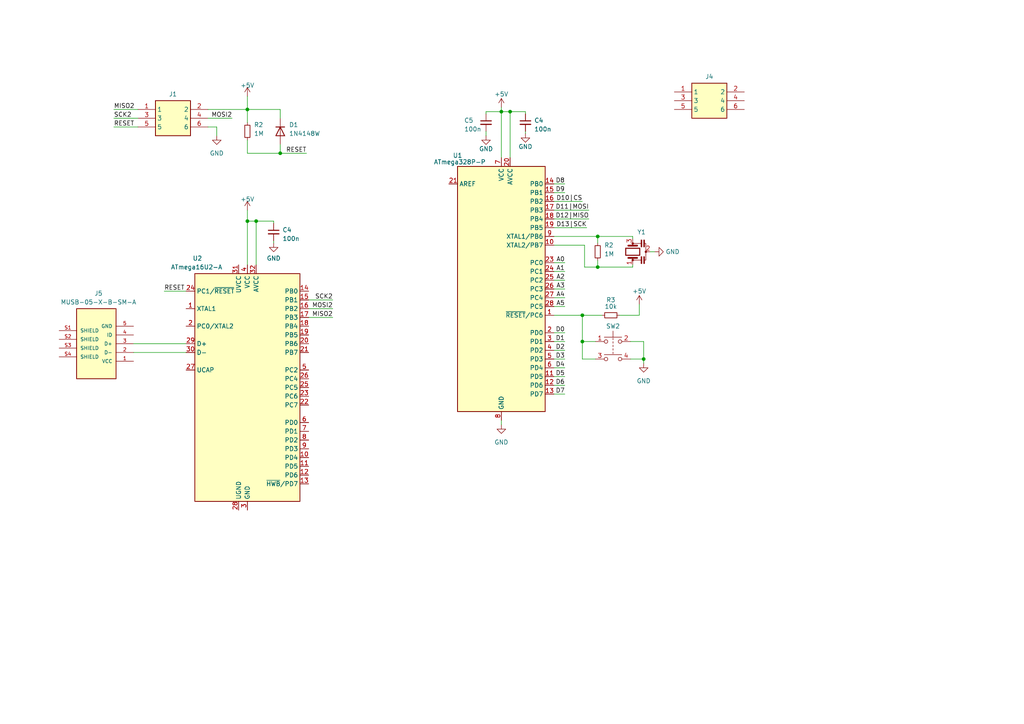
<source format=kicad_sch>
(kicad_sch (version 20230121) (generator eeschema)
  (paper "A4")
  (lib_symbols
    (symbol "Device:C_Small" (pin_numbers hide) (pin_names (offset 0.254) hide)
      (property "Reference" "C" (at 0.254 1.778 0))
      (property "Value" "C_Small" (at 0.254 -2.032 0))
      (symbol "C_Small_0_1"
        (polyline (pts (xy -1.524 -0.508) (xy 1.524 -0.508)) (stroke (width 0.3302)))
        (polyline (pts (xy -1.524 0.508) (xy 1.524 0.508)) (stroke (width 0.3048)))
      )
      (symbol "C_Small_1_1"
        (pin passive line (at 0 2.54 270) (length 2.032) (name "~") (number "1"))
        (pin passive line (at 0 -2.54 90) (length 2.032) (name "~") (number "2"))
      )
    )
    (symbol "Device:R_Small" (pin_numbers hide) (pin_names (offset 0.254) hide)
      (property "Reference" "R" (at 0.762 0.508 0))
      (property "Value" "R_Small" (at 0.762 -1.016 0))
      (symbol "R_Small_0_1"
        (rectangle (start -0.762 1.778) (end 0.762 -1.778) (stroke (width 0.2032)))
      )
      (symbol "R_Small_1_1"
        (pin passive line (at 0 2.54 270) (length 0.762) (name "~") (number "1"))
        (pin passive line (at 0 -2.54 90) (length 0.762) (name "~") (number "2"))
      )
    )
    (symbol "Device:Resonator" (pin_names (offset 1.016) hide)
      (property "Reference" "Y" (at 0 5.715 0))
      (property "Value" "Resonator" (at 0 3.81 0))
      (symbol "Resonator_0_1"
        (rectangle (start -3.429 -3.175) (end -1.397 -3.429) (fill (type outline)))
        (rectangle (start -3.429 -2.413) (end -1.397 -2.667) (fill (type outline)))
        (circle (center -2.413 0) (radius 0.254) (fill (type outline)))
        (rectangle (start -1.016 2.032) (end 1.016 -2.032) (stroke (width 0.3048)))
        (circle (center 0 -3.81) (radius 0.254) (fill (type outline)))
        (polyline (pts (xy -2.413 -2.413) (xy -2.413 0)))
        (polyline (pts (xy -1.905 0) (xy -3.175 0)))
        (polyline (pts (xy -1.778 -1.27) (xy -1.778 1.27)) (stroke (width 0.508)))
        (polyline (pts (xy 1.778 -1.27) (xy 1.778 1.27)) (stroke (width 0.508)))
        (polyline (pts (xy 1.905 0) (xy 2.54 0)))
        (polyline (pts (xy 2.413 0) (xy 2.413 -2.54)))
        (polyline (pts (xy 2.413 -3.302) (xy 2.413 -3.81) (xy -2.413 -3.81) (xy -2.413 -3.302)))
        (rectangle (start 1.397 -3.175) (end 3.429 -3.429) (fill (type outline)))
        (rectangle (start 1.397 -2.413) (end 3.429 -2.667) (fill (type outline)))
        (circle (center 2.413 0) (radius 0.254) (fill (type outline)))
      )
      (symbol "Resonator_1_1"
        (pin passive line (at -3.81 0 0) (length 1.27) (name "1") (number "1"))
        (pin passive line (at 0 -5.08 90) (length 1.27) (name "2") (number "2"))
        (pin passive line (at 3.81 0 180) (length 1.27) (name "3") (number "3"))
      )
    )
    (symbol "Diode:1N4148W" (pin_numbers hide) (pin_names hide)
      (property "Reference" "D" (at 0 2.54 0))
      (property "Value" "1N4148W" (at 0 -2.54 0))
      (symbol "1N4148W_0_1"
        (polyline (pts (xy -1.27 1.27) (xy -1.27 -1.27)) (stroke (width 0.254)))
        (polyline (pts (xy 1.27 0) (xy -1.27 0)))
        (polyline (pts (xy 1.27 1.27) (xy 1.27 -1.27) (xy -1.27 0) (xy 1.27 1.27)) (stroke (width 0.254)))
      )
      (symbol "1N4148W_1_1"
        (pin passive line (at -3.81 0 0) (length 2.54) (name "K") (number "1"))
        (pin passive line (at 3.81 0 180) (length 2.54) (name "A") (number "2"))
      )
    )
    (symbol "M20-9980346:M20-9980346"
      (property "Reference" "J" (at 16.51 7.62 0))
      (property "Value" "M20-9980346" (at 16.51 5.08 0))
      (symbol "M20-9980346_1_1"
        (rectangle (start 5.08 2.54) (end 15.24 -7.62) (stroke (width 0.254)) (fill (type background)))
        (pin passive line (at 0 0 0) (length 5.08) (name "1") (number "1"))
        (pin passive line (at 20.32 0 180) (length 5.08) (name "2") (number "2"))
        (pin passive line (at 0 -2.54 0) (length 5.08) (name "3") (number "3"))
        (pin passive line (at 20.32 -2.54 180) (length 5.08) (name "4") (number "4"))
        (pin passive line (at 0 -5.08 0) (length 5.08) (name "5") (number "5"))
        (pin passive line (at 20.32 -5.08 180) (length 5.08) (name "6") (number "6"))
      )
    )
    (symbol "MCU_Microchip_ATmega:ATmega16U2-A"
      (property "Reference" "U" (at -15.24 34.29 0))
      (property "Value" "ATmega16U2-A" (at 2.54 -34.29 0))
      (symbol "ATmega16U2-A_0_1"
        (rectangle (start -15.24 -33.02) (end 15.24 33.02) (stroke (width 0.254)) (fill (type background)))
      )
      (symbol "ATmega16U2-A_1_1"
        (pin input line (at -17.78 22.86 0) (length 2.54) (name "XTAL1") (number "1"))
        (pin bidirectional line (at 17.78 -20.32 180) (length 2.54) (name "PD4") (number "10"))
        (pin bidirectional line (at 17.78 -22.86 180) (length 2.54) (name "PD5") (number "11"))
        (pin bidirectional line (at 17.78 -25.4 180) (length 2.54) (name "PD6") (number "12"))
        (pin bidirectional line (at 17.78 -27.94 180) (length 2.54) (name "~{HWB}/PD7") (number "13"))
        (pin bidirectional line (at 17.78 27.94 180) (length 2.54) (name "PB0") (number "14"))
        (pin bidirectional line (at 17.78 25.4 180) (length 2.54) (name "PB1") (number "15"))
        (pin bidirectional line (at 17.78 22.86 180) (length 2.54) (name "PB2") (number "16"))
        (pin bidirectional line (at 17.78 20.32 180) (length 2.54) (name "PB3") (number "17"))
        (pin bidirectional line (at 17.78 17.78 180) (length 2.54) (name "PB4") (number "18"))
        (pin bidirectional line (at 17.78 15.24 180) (length 2.54) (name "PB5") (number "19"))
        (pin bidirectional line (at -17.78 17.78 0) (length 2.54) (name "PC0/XTAL2") (number "2"))
        (pin bidirectional line (at 17.78 12.7 180) (length 2.54) (name "PB6") (number "20"))
        (pin bidirectional line (at 17.78 10.16 180) (length 2.54) (name "PB7") (number "21"))
        (pin bidirectional line (at 17.78 -5.08 180) (length 2.54) (name "PC7") (number "22"))
        (pin bidirectional line (at 17.78 -2.54 180) (length 2.54) (name "PC6") (number "23"))
        (pin bidirectional line (at -17.78 27.94 0) (length 2.54) (name "PC1/~{RESET}") (number "24"))
        (pin bidirectional line (at 17.78 0 180) (length 2.54) (name "PC5") (number "25"))
        (pin bidirectional line (at 17.78 2.54 180) (length 2.54) (name "PC4") (number "26"))
        (pin passive line (at -17.78 5.08 0) (length 2.54) (name "UCAP") (number "27"))
        (pin power_in line (at -2.54 -35.56 90) (length 2.54) (name "UGND") (number "28"))
        (pin bidirectional line (at -17.78 12.7 0) (length 2.54) (name "D+") (number "29"))
        (pin power_in line (at 0 -35.56 90) (length 2.54) (name "GND") (number "3"))
        (pin bidirectional line (at -17.78 10.16 0) (length 2.54) (name "D-") (number "30"))
        (pin power_in line (at -2.54 35.56 270) (length 2.54) (name "UVCC") (number "31"))
        (pin power_in line (at 2.54 35.56 270) (length 2.54) (name "AVCC") (number "32"))
        (pin power_in line (at 0 35.56 270) (length 2.54) (name "VCC") (number "4"))
        (pin bidirectional line (at 17.78 5.08 180) (length 2.54) (name "PC2") (number "5"))
        (pin bidirectional line (at 17.78 -10.16 180) (length 2.54) (name "PD0") (number "6"))
        (pin bidirectional line (at 17.78 -12.7 180) (length 2.54) (name "PD1") (number "7"))
        (pin bidirectional line (at 17.78 -15.24 180) (length 2.54) (name "PD2") (number "8"))
        (pin bidirectional line (at 17.78 -17.78 180) (length 2.54) (name "PD3") (number "9"))
      )
    )
    (symbol "MCU_Microchip_ATmega:ATmega328P-P"
      (property "Reference" "U" (at -12.7 36.83 0))
      (property "Value" "ATmega328P-P" (at 2.54 -36.83 0))
      (symbol "ATmega328P-P_0_1"
        (rectangle (start -12.7 -35.56) (end 12.7 35.56) (stroke (width 0.254)) (fill (type background)))
      )
      (symbol "ATmega328P-P_1_1"
        (pin bidirectional line (at 15.24 -7.62 180) (length 2.54) (name "~{RESET}/PC6") (number "1"))
        (pin bidirectional line (at 15.24 12.7 180) (length 2.54) (name "XTAL2/PB7") (number "10"))
        (pin bidirectional line (at 15.24 -25.4 180) (length 2.54) (name "PD5") (number "11"))
        (pin bidirectional line (at 15.24 -27.94 180) (length 2.54) (name "PD6") (number "12"))
        (pin bidirectional line (at 15.24 -30.48 180) (length 2.54) (name "PD7") (number "13"))
        (pin bidirectional line (at 15.24 30.48 180) (length 2.54) (name "PB0") (number "14"))
        (pin bidirectional line (at 15.24 27.94 180) (length 2.54) (name "PB1") (number "15"))
        (pin bidirectional line (at 15.24 25.4 180) (length 2.54) (name "PB2") (number "16"))
        (pin bidirectional line (at 15.24 22.86 180) (length 2.54) (name "PB3") (number "17"))
        (pin bidirectional line (at 15.24 20.32 180) (length 2.54) (name "PB4") (number "18"))
        (pin bidirectional line (at 15.24 17.78 180) (length 2.54) (name "PB5") (number "19"))
        (pin bidirectional line (at 15.24 -12.7 180) (length 2.54) (name "PD0") (number "2"))
        (pin power_in line (at 2.54 38.1 270) (length 2.54) (name "AVCC") (number "20"))
        (pin passive line (at -15.24 30.48 0) (length 2.54) (name "AREF") (number "21"))
        (pin passive line (at 0 -38.1 90) (length 2.54) hide (name "GND") (number "22"))
        (pin bidirectional line (at 15.24 7.62 180) (length 2.54) (name "PC0") (number "23"))
        (pin bidirectional line (at 15.24 5.08 180) (length 2.54) (name "PC1") (number "24"))
        (pin bidirectional line (at 15.24 2.54 180) (length 2.54) (name "PC2") (number "25"))
        (pin bidirectional line (at 15.24 0 180) (length 2.54) (name "PC3") (number "26"))
        (pin bidirectional line (at 15.24 -2.54 180) (length 2.54) (name "PC4") (number "27"))
        (pin bidirectional line (at 15.24 -5.08 180) (length 2.54) (name "PC5") (number "28"))
        (pin bidirectional line (at 15.24 -15.24 180) (length 2.54) (name "PD1") (number "3"))
        (pin bidirectional line (at 15.24 -17.78 180) (length 2.54) (name "PD2") (number "4"))
        (pin bidirectional line (at 15.24 -20.32 180) (length 2.54) (name "PD3") (number "5"))
        (pin bidirectional line (at 15.24 -22.86 180) (length 2.54) (name "PD4") (number "6"))
        (pin power_in line (at 0 38.1 270) (length 2.54) (name "VCC") (number "7"))
        (pin power_in line (at 0 -38.1 90) (length 2.54) (name "GND") (number "8"))
        (pin bidirectional line (at 15.24 15.24 180) (length 2.54) (name "XTAL1/PB6") (number "9"))
      )
    )
    (symbol "MUSB-05-X-B-SM-A:MUSB-05-X-B-SM-A" (pin_names (offset 1.016))
      (property "Reference" "J" (at -3.81 15.24 0))
      (property "Value" "MUSB-05-X-B-SM-A" (at -8.89 11.43 0))
      (symbol "MUSB-05-X-B-SM-A_0_0"
        (rectangle (start -5.08 10.16) (end 6.35 -10.16) (stroke (width 0.254)) (fill (type background)))
        (pin power_in line (at -10.16 5.08 0) (length 5.08) (name "VCC") (number "1"))
        (pin bidirectional line (at -10.16 2.54 0) (length 5.08) (name "D-") (number "2"))
        (pin bidirectional line (at -10.16 0 0) (length 5.08) (name "D+") (number "3"))
        (pin bidirectional line (at -10.16 -2.54 0) (length 5.08) (name "ID") (number "4"))
        (pin power_in line (at -10.16 -5.08 0) (length 5.08) (name "GND") (number "5"))
        (pin passive line (at 11.43 -3.81 180) (length 5.08) (name "SHIELD") (number "S1"))
        (pin passive line (at 11.43 -1.27 180) (length 5.08) (name "SHIELD") (number "S2"))
        (pin passive line (at 11.43 1.27 180) (length 5.08) (name "SHIELD") (number "S3"))
        (pin passive line (at 11.43 3.81 180) (length 5.08) (name "SHIELD") (number "S4"))
      )
    )
    (symbol "Switch:SW_Push_Dual" (pin_names (offset 1.016) hide)
      (property "Reference" "SW" (at 1.27 2.54 0))
      (property "Value" "SW_Push_Dual" (at 0 -6.858 0))
      (symbol "SW_Push_Dual_0_1"
        (circle (center -2.032 -5.08) (radius 0.508))
        (circle (center -2.032 0) (radius 0.508))
        (polyline (pts (xy 0 -3.048) (xy 0 -3.556)))
        (polyline (pts (xy 0 -2.032) (xy 0 -2.54)))
        (polyline (pts (xy 0 -1.524) (xy 0 -1.016)))
        (polyline (pts (xy 0 -0.508) (xy 0 0)))
        (polyline (pts (xy 0 0.508) (xy 0 1.016)))
        (polyline (pts (xy 0 1.27) (xy 0 3.048)))
        (polyline (pts (xy 2.54 -3.81) (xy -2.54 -3.81)))
        (polyline (pts (xy 2.54 1.27) (xy -2.54 1.27)))
        (circle (center 2.032 -5.08) (radius 0.508))
        (circle (center 2.032 0) (radius 0.508))
        (pin passive line (at -5.08 0 0) (length 2.54) (name "1") (number "1"))
        (pin passive line (at 5.08 0 180) (length 2.54) (name "2") (number "2"))
        (pin passive line (at -5.08 -5.08 0) (length 2.54) (name "3") (number "3"))
        (pin passive line (at 5.08 -5.08 180) (length 2.54) (name "4") (number "4"))
      )
    )
    (symbol "power:+5V" (power) (pin_names (offset 0))
      (property "Value" "+5V" (at 0 3.556 0))
      (symbol "+5V_0_1"
        (polyline (pts (xy -0.762 1.27) (xy 0 2.54)))
        (polyline (pts (xy 0 0) (xy 0 2.54)))
        (polyline (pts (xy 0 2.54) (xy 0.762 1.27)))
      )
      (symbol "+5V_1_1"
        (pin power_in line (at 0 0 90) (length 0) hide (name "+5V") (number "1"))
      )
    )
    (symbol "power:GND" (power) (pin_names (offset 0))
      (property "Value" "GND" (at 0 -3.81 0))
      (symbol "GND_0_1"
        (polyline (pts (xy 0 0) (xy 0 -1.27) (xy 1.27 -1.27) (xy 0 -2.54) (xy -1.27 -1.27) (xy 0 -1.27)))
      )
      (symbol "GND_1_1"
        (pin power_in line (at 0 0 270) (length 0) hide (name "GND") (number "1"))
      )
    )
  )
  (junction (at 145.415 32.385))
  (junction (at 173.355 77.47))
  (junction (at 81.28 44.45))
  (junction (at 74.295 64.135))
  (junction (at 168.91 99.06))
  (junction (at 186.69 104.14))
  (junction (at 71.755 64.135))
  (junction (at 168.91 91.44))
  (junction (at 71.755 31.75))
  (junction (at 173.355 68.58))
  (junction (at 147.955 32.385))
  (wire (pts (xy 163.83 114.3) (xy 160.655 114.3)))
  (wire (pts (xy 160.655 91.44) (xy 168.91 91.44)))
  (wire (pts (xy 140.97 38.1) (xy 140.97 39.37)))
  (wire (pts (xy 168.91 104.14) (xy 168.91 99.06)))
  (wire (pts (xy 152.4 38.1) (xy 152.4 38.735)))
  (wire (pts (xy 71.755 31.75) (xy 71.755 35.56)))
  (wire (pts (xy 182.88 99.06) (xy 186.69 99.06)))
  (wire (pts (xy 81.28 44.45) (xy 71.755 44.45)))
  (wire (pts (xy 145.415 121.92) (xy 145.415 123.19)))
  (wire (pts (xy 33.02 34.29) (xy 40.005 34.29)))
  (wire (pts (xy 81.28 41.91) (xy 81.28 44.45)))
  (wire (pts (xy 169.545 77.47) (xy 173.355 77.47)))
  (wire (pts (xy 160.655 68.58) (xy 173.355 68.58)))
  (wire (pts (xy 160.655 71.12) (xy 169.545 71.12)))
  (wire (pts (xy 89.535 89.535) (xy 96.52 89.535)))
  (wire (pts (xy 71.755 60.96) (xy 71.755 64.135)))
  (wire (pts (xy 74.295 64.135) (xy 71.755 64.135)))
  (wire (pts (xy 163.83 101.6) (xy 160.655 101.6)))
  (wire (pts (xy 163.83 83.82) (xy 160.655 83.82)))
  (wire (pts (xy 33.02 36.83) (xy 40.005 36.83)))
  (wire (pts (xy 163.83 53.34) (xy 160.655 53.34)))
  (wire (pts (xy 160.655 66.04) (xy 170.18 66.04)))
  (wire (pts (xy 163.83 88.9) (xy 160.655 88.9)))
  (wire (pts (xy 185.42 88.265) (xy 185.42 91.44)))
  (wire (pts (xy 186.69 104.14) (xy 186.69 105.41)))
  (wire (pts (xy 183.515 77.47) (xy 173.355 77.47)))
  (wire (pts (xy 172.72 104.14) (xy 168.91 104.14)))
  (wire (pts (xy 147.955 32.385) (xy 147.955 45.72)))
  (wire (pts (xy 185.42 91.44) (xy 179.705 91.44)))
  (wire (pts (xy 183.515 68.58) (xy 173.355 68.58)))
  (wire (pts (xy 38.735 102.235) (xy 53.975 102.235)))
  (wire (pts (xy 182.88 104.14) (xy 186.69 104.14)))
  (wire (pts (xy 163.83 104.14) (xy 160.655 104.14)))
  (wire (pts (xy 62.865 36.83) (xy 62.865 39.37)))
  (wire (pts (xy 174.625 91.44) (xy 168.91 91.44)))
  (wire (pts (xy 79.375 69.85) (xy 79.375 70.485)))
  (wire (pts (xy 81.28 44.45) (xy 88.9 44.45)))
  (wire (pts (xy 170.815 60.96) (xy 160.655 60.96)))
  (wire (pts (xy 60.325 31.75) (xy 71.755 31.75)))
  (wire (pts (xy 168.91 99.06) (xy 172.72 99.06)))
  (wire (pts (xy 163.83 78.74) (xy 160.655 78.74)))
  (wire (pts (xy 152.4 32.385) (xy 152.4 33.02)))
  (wire (pts (xy 163.83 111.76) (xy 160.655 111.76)))
  (wire (pts (xy 163.83 96.52) (xy 160.655 96.52)))
  (wire (pts (xy 140.97 32.385) (xy 145.415 32.385)))
  (wire (pts (xy 163.83 109.22) (xy 160.655 109.22)))
  (wire (pts (xy 74.295 76.835) (xy 74.295 64.135)))
  (wire (pts (xy 186.69 104.14) (xy 186.69 99.06)))
  (wire (pts (xy 163.83 99.06) (xy 160.655 99.06)))
  (wire (pts (xy 173.355 68.58) (xy 173.355 70.485)))
  (wire (pts (xy 71.755 40.64) (xy 71.755 44.45)))
  (wire (pts (xy 33.02 31.75) (xy 40.005 31.75)))
  (wire (pts (xy 145.415 32.385) (xy 145.415 45.72)))
  (wire (pts (xy 160.655 58.42) (xy 168.91 58.42)))
  (wire (pts (xy 163.83 81.28) (xy 160.655 81.28)))
  (wire (pts (xy 38.735 99.695) (xy 53.975 99.695)))
  (wire (pts (xy 147.955 32.385) (xy 145.415 32.385)))
  (wire (pts (xy 71.755 64.135) (xy 71.755 76.835)))
  (wire (pts (xy 89.535 92.075) (xy 96.52 92.075)))
  (wire (pts (xy 168.91 91.44) (xy 168.91 99.06)))
  (wire (pts (xy 163.83 106.68) (xy 160.655 106.68)))
  (wire (pts (xy 145.415 31.115) (xy 145.415 32.385)))
  (wire (pts (xy 140.97 33.02) (xy 140.97 32.385)))
  (wire (pts (xy 163.83 86.36) (xy 160.655 86.36)))
  (wire (pts (xy 147.955 32.385) (xy 152.4 32.385)))
  (wire (pts (xy 163.83 55.88) (xy 160.655 55.88)))
  (wire (pts (xy 79.375 64.135) (xy 74.295 64.135)))
  (wire (pts (xy 53.975 84.455) (xy 47.625 84.455)))
  (wire (pts (xy 89.535 86.995) (xy 96.52 86.995)))
  (wire (pts (xy 79.375 64.77) (xy 79.375 64.135)))
  (wire (pts (xy 71.755 31.75) (xy 71.755 27.94)))
  (wire (pts (xy 60.325 34.29) (xy 67.31 34.29)))
  (wire (pts (xy 188.595 73.025) (xy 189.865 73.025)))
  (wire (pts (xy 183.515 77.47) (xy 183.515 76.835)))
  (wire (pts (xy 173.355 75.565) (xy 173.355 77.47)))
  (wire (pts (xy 170.815 63.5) (xy 160.655 63.5)))
  (wire (pts (xy 163.83 76.2) (xy 160.655 76.2)))
  (wire (pts (xy 169.545 71.12) (xy 169.545 77.47)))
  (wire (pts (xy 81.28 34.29) (xy 81.28 31.75)))
  (wire (pts (xy 183.515 68.58) (xy 183.515 69.215)))
  (wire (pts (xy 81.28 31.75) (xy 71.755 31.75)))
  (wire (pts (xy 60.325 36.83) (xy 62.865 36.83)))
  (label "D11|MOSI" (at 170.815 60.96 180))
  (label "D10|CS" (at 168.91 58.42 180))
  (label "D5" (at 163.83 109.22 180))
  (label "D4" (at 163.83 106.68 180))
  (label "A4" (at 163.83 86.36 180))
  (label "A5" (at 163.83 88.9 180))
  (label "D3" (at 163.83 104.14 180))
  (label "A1" (at 163.83 78.74 180))
  (label "A0" (at 163.83 76.2 180))
  (label "D7" (at 163.83 114.3 180))
  (label "D9" (at 163.83 55.88 180))
  (label "RESET" (at 33.02 36.83 0))
  (label "A2" (at 163.83 81.28 180))
  (label "D6" (at 163.83 111.76 180))
  (label "D13|SCK" (at 170.18 66.04 180))
  (label "MISO2" (at 33.02 31.75 0))
  (label "D2" (at 163.83 101.6 180))
  (label "D8" (at 163.83 53.34 180))
  (label "D12|MISO" (at 170.815 63.5 180))
  (label "MOSI2" (at 96.52 89.535 180))
  (label "SCK2" (at 96.52 86.995 180))
  (label "RESET" (at 88.9 44.45 180))
  (label "D0" (at 163.83 96.52 180))
  (label "MISO2" (at 96.52 92.075 180))
  (label "D1" (at 163.83 99.06 180))
  (label "SCK2" (at 33.02 34.29 0))
  (label "A3" (at 163.83 83.82 180))
  (label "RESET" (at 47.625 84.455 0))
  (label "MOSI2" (at 67.31 34.29 180))
  (symbol (lib_id "Device:C_Small") (at 152.4 35.56 0) (unit 1)
    (property "Reference" "C4" (at 154.94 34.9313 0) (effects (justify left)))
    (property "Value" "100n" (at 154.94 37.4713 0) (effects (justify left)))
    (property "Footprint" "Capacitor_SMD:C_01005_0402Metric" (effects hide))
    (instances (project "solar_cooker_v2" (path "" (reference "C4") (unit 1)) (path "" (reference "C?") (unit 1))))
  )
  (symbol (lib_id "power:GND") (at 189.865 73.025 90) (unit 1)
    (property "Reference" "#PWR01" (effects hide))
    (property "Value" "GND" (at 193.04 73.025 90) (effects (justify right)))
    (instances (project "solar_cooker_v2" (path "" (reference "#PWR01") (unit 1)) (path "" (reference "#PWR07") (unit 1))))
  )
  (symbol (lib_id "Device:C_Small") (at 140.97 35.56 0) (unit 1)
    (property "Reference" "C5" (at 134.62 34.925 0) (effects (justify left)))
    (property "Value" "100n" (at 134.62 37.465 0) (effects (justify left)))
    (property "Footprint" "Capacitor_SMD:C_01005_0402Metric" (effects hide))
    (instances (project "solar_cooker_v2" (path "" (reference "C5") (unit 1)) (path "" (reference "C?") (unit 1))))
  )
  (symbol (lib_id "power:GND") (at 186.69 105.41 0) (unit 1)
    (property "Reference" "#PWR07" (effects hide))
    (property "Value" "GND" (at 186.69 110.49 0))
    (instances (project "solar_cooker_v2" (path "" (reference "#PWR07") (unit 1)) (path "" (reference "#PWR06") (unit 1))))
  )
  (symbol (lib_id "power:GND") (at 62.865 39.37 0) (unit 1)
    (property "Reference" "#PWR07" (effects hide))
    (property "Value" "GND" (at 62.865 44.45 0))
    (instances (project "solar_cooker_v2" (path "" (reference "#PWR07") (unit 1)) (path "" (reference "#PWR011") (unit 1))))
  )
  (symbol (lib_id "Device:R_Small") (at 173.355 73.025 0) (unit 1)
    (property "Reference" "R2" (at 175.26 71.12 0) (effects (justify left)))
    (property "Value" "1M" (at 175.26 73.66 0) (effects (justify left)))
    (property "Footprint" "Resistor_SMD:R_01005_0402Metric" (effects hide))
    (instances (project "solar_cooker_v2" (path "" (reference "R2") (unit 1)) (path "" (reference "R?") (unit 1))))
  )
  (symbol (lib_id "Device:Resonator") (at 183.515 73.025 90) (unit 1)
    (property "Reference" "Y1" (at 187.325 67.31 90) (effects (justify left)))
    (property "Value" "Resonator" (effects hide))
    (property "Footprint" "resonator:OSC_CSTCE16M0V53-R0" (effects hide))
    (property "Manufacturer Product Number" "CSTCE16M0V53-R0" (effects hide))
    (property "Shop" "Digi-Key" (effects hide))
    (instances (project "solar_cooker_v2" (path "" (reference "Y1") (unit 1)) (path "" (reference "Y?") (unit 1))))
  )
  (symbol (lib_id "power:+5V") (at 145.415 31.115 0) (unit 1)
    (property "Reference" "#PWR02" (effects hide))
    (property "Value" "+5V" (at 145.415 27.305 0))
  )
  (symbol (lib_id "Switch:SW_Push_Dual") (at 177.8 99.06 0) (unit 1)
    (property "Reference" "SW2" (at 177.8 94.615 0))
    (property "Value" "SW_Push_Dual" (effects hide))
    (property "Footprint" "push button:SMT3-01-Z" (effects hide))
    (property "Manufacturer Product Number" "SMT3-01-Z" (effects hide))
    (property "Shop" "Digi-Key" (effects hide))
    (instances (project "solar_cooker_v2" (path "" (reference "SW2") (unit 1)) (path "" (reference "SW?") (unit 1))))
  )
  (symbol (lib_id "MUSB-05-X-B-SM-A:MUSB-05-X-B-SM-A") (at 28.575 99.695 180) (unit 1)
    (property "Reference" "J5" (at 28.575 85.09 0))
    (property "Value" "MUSB-05-X-B-SM-A" (at 28.575 87.63 0))
    (property "Footprint" "SAMTEC_MUSB-05-X-B-SM-A" (effects hide))
    (property "Manufacturer Product Number" "MUSB-05-F-B-SM-A" (effects hide))
    (property "Shop" "Digi-Key" (effects hide))
    (property "STANDARD" "Manufacturer Recommendations" (effects hide))
    (property "PARTREV" "AC" (effects hide))
    (property "MANUFACTURER" "Samtec" (effects hide))
    (property "MAXIMUM_PACKAGE_HEIGHT" "4.1 mm" (effects hide))
    (instances (project "solar_cooker_v2" (path "" (reference "J5") (unit 1)) (path "" (reference "J?") (unit 1))))
  )
  (symbol (lib_id "power:+5V") (at 71.755 60.96 0) (unit 1)
    (property "Reference" "#PWR020" (effects hide))
    (property "Value" "+5V" (at 71.755 57.785 0))
  )
  (symbol (lib_id "MCU_Microchip_ATmega:ATmega16U2-A") (at 71.755 112.395 0) (unit 1)
    (property "Reference" "U2" (at 55.88 74.93 0) (effects (justify left)))
    (property "Value" "ATmega16U2-A" (at 49.53 77.47 0) (effects (justify left)))
    (property "Footprint" "Package_QFP:TQFP-32_7x7mm_P0.8mm" (effects hide))
    (property "Datasheet" "http://ww1.microchip.com/downloads/en/DeviceDoc/doc7799.pdf" (effects hide))
    (property "Manufacturer Product Number" "ATMEGA16U2-AUR" (effects hide))
    (property "Shop" "Digi-Key" (effects hide))
    (instances (project "solar_cooker_v2" (path "" (reference "U2") (unit 1)) (path "" (reference "U?") (unit 1))))
  )
  (symbol (lib_id "Diode:1N4148W") (at 81.28 38.1 270) (unit 1)
    (property "Reference" "D1" (at 83.82 36.195 90) (effects (justify left)))
    (property "Value" "1N4148W" (at 83.82 38.735 90) (effects (justify left)))
    (property "Footprint" "Diode_SMD:D_SOD-123" (effects hide))
    (property "Datasheet" "https://www.vishay.com/docs/85748/1n4148w.pdf" (effects hide))
    (property "Sim.Device" "D" (effects hide))
    (property "Sim.Pins" "1=K 2=A" (effects hide))
    (instances (project "solar_cooker_v2" (path "" (reference "D1") (unit 1)) (path "" (reference "D?") (unit 1))))
  )
  (symbol (lib_id "power:GND") (at 152.4 38.735 0) (unit 1)
    (property "Reference" "#PWR03" (effects hide))
    (property "Value" "GND" (at 152.4 42.545 0))
    (instances (project "solar_cooker_v2" (path "" (reference "#PWR03") (unit 1)) (path "" (reference "#PWR04") (unit 1))))
  )
  (symbol (lib_id "MCU_Microchip_ATmega:ATmega328P-P") (at 145.415 83.82 0) (unit 1)
    (property "Reference" "U1" (at 132.715 45.085 0))
    (property "Value" "ATmega328P-P" (at 133.35 46.99 0))
    (property "Footprint" "Package_DIP:DIP-28_W7.62mm" (effects hide))
    (property "Datasheet" "http://ww1.microchip.com/downloads/en/DeviceDoc/ATmega328_P%20AVR%20MCU%20with%20picoPower%20Technology%20Data%20Sheet%2040001984A.pdf" (effects hide))
    (property "Note" "ED281DT Digi-Key" (effects hide))
    (property "Manufacturer Product Number" "ATMEGA328P-PN" (effects hide))
    (property "Shop" "Digi-Key" (effects hide))
    (instances (project "solar_cooker_v2" (path "" (reference "U1") (unit 1)) (path "" (reference "U?") (unit 1))))
  )
  (symbol (lib_id "Device:R_Small") (at 177.165 91.44 90) (unit 1)
    (property "Reference" "R3" (at 177.165 86.995 90))
    (property "Value" "10k" (at 177.165 88.9 90))
    (property "Footprint" "Resistor_SMD:R_01005_0402Metric" (effects hide))
    (instances (project "solar_cooker_v2" (path "" (reference "R3") (unit 1)) (path "" (reference "R?") (unit 1))))
  )
  (symbol (lib_id "Device:C_Small") (at 79.375 67.31 0) (unit 1)
    (property "Reference" "C4" (at 81.915 66.6813 0) (effects (justify left)))
    (property "Value" "100n" (at 81.915 69.2213 0) (effects (justify left)))
    (property "Footprint" "Capacitor_SMD:C_01005_0402Metric" (effects hide))
    (instances (project "solar_cooker_v2" (path "" (reference "C4") (unit 1)) (path "" (reference "C?") (unit 1))))
  )
  (symbol (lib_id "power:+5V") (at 185.42 88.265 0) (unit 1)
    (property "Reference" "#PWR06" (effects hide))
    (property "Value" "+5V" (at 185.42 84.455 0))
    (instances (project "solar_cooker_v2" (path "" (reference "#PWR06") (unit 1)) (path "" (reference "#PWR05") (unit 1))))
  )
  (symbol (lib_id "power:GND") (at 79.375 70.485 0) (unit 1)
    (property "Reference" "#PWR07" (effects hide))
    (property "Value" "GND" (at 79.375 74.93 0))
    (instances (project "solar_cooker_v2" (path "" (reference "#PWR07") (unit 1)) (path "" (reference "#PWR021") (unit 1))))
  )
  (symbol (lib_id "power:+5V") (at 71.755 27.94 0) (unit 1)
    (property "Reference" "#PWR010" (effects hide))
    (property "Value" "+5V" (at 71.755 24.765 0))
  )
  (symbol (lib_id "power:GND") (at 140.97 39.37 0) (unit 1)
    (property "Reference" "#PWR04" (effects hide))
    (property "Value" "GND" (at 140.97 43.18 0))
    (instances (project "solar_cooker_v2" (path "" (reference "#PWR04") (unit 1)) (path "" (reference "#PWR01") (unit 1))))
  )
  (symbol (lib_id "Device:R_Small") (at 71.755 38.1 0) (unit 1)
    (property "Reference" "R2" (at 73.66 36.195 0) (effects (justify left)))
    (property "Value" "1M" (at 73.66 38.735 0) (effects (justify left)))
    (property "Footprint" "Resistor_SMD:R_01005_0402Metric" (effects hide))
    (instances (project "solar_cooker_v2" (path "" (reference "R2") (unit 1)) (path "" (reference "R?") (unit 1))))
  )
  (symbol (lib_id "power:GND") (at 145.415 123.19 0) (unit 1)
    (property "Reference" "#PWR05" (effects hide))
    (property "Value" "GND" (at 145.415 128.27 0))
    (instances (project "solar_cooker_v2" (path "" (reference "#PWR05") (unit 1)) (path "" (reference "#PWR03") (unit 1))))
  )
  (symbol (lib_id "M20-9980346:M20-9980346") (at 40.005 31.75 0) (unit 1)
    (property "Reference" "J1" (at 50.165 27.305 0))
    (property "Value" "M20-9980346" (effects hide))
    (property "Footprint" "HDRV6W64P254_2X3_762X508X868P" (effects hide))
    (property "Datasheet" "https://cdn.harwin.com/pdfs/M20-998.pdf?utm_source=3D_PDF&utm_medium=3D_PDF&utm_campaign=3D_PDF" (effects hide))
    (property "Manufacturer Product Number" "M20-9980346" (effects hide))
    (property "Shop" "Digi-Key" (effects hide))
    (property "Height" "8.68" (effects hide))
    (property "Manufacturer_Name" "Harwin" (effects hide))
    (property "Manufacturer_Part_Number" "M20-9980346" (effects hide))
    (property "Mouser Part Number" "855-M20-9980346" (effects hide))
    (property "Mouser Price/Stock" "https://www.mouser.co.uk/ProductDetail/Harwin/M20-9980346?qs=%252Bk6%2F5FB6qrmHk2P20oz3FA%3D%3D" (effects hide))
    (instances (project "solar_cooker_v2" (path "" (reference "J1") (unit 1)) (path "" (reference "J?") (unit 1))))
  )
  (symbol (lib_id "M20-9980346:M20-9980346") (at 195.58 26.67 0) (unit 1)
    (property "Reference" "J4" (at 205.74 22.225 0))
    (property "Value" "M20-9980346" (effects hide))
    (property "Footprint" "HDRV6W64P254_2X3_762X508X868P" (effects hide))
    (property "Datasheet" "https://cdn.harwin.com/pdfs/M20-998.pdf?utm_source=3D_PDF&utm_medium=3D_PDF&utm_campaign=3D_PDF" (effects hide))
    (property "Manufacturer Product Number" "M20-9980346" (effects hide))
    (property "Height" "8.68" (effects hide))
    (property "Manufacturer_Name" "Harwin" (effects hide))
    (property "Manufacturer_Part_Number" "M20-9980346" (effects hide))
    (property "Mouser Part Number" "855-M20-9980346" (effects hide))
    (property "Mouser Price/Stock" "https://www.mouser.co.uk/ProductDetail/Harwin/M20-9980346?qs=%252Bk6%2F5FB6qrmHk2P20oz3FA%3D%3D" (effects hide))
    (instances (project "solar_cooker_v2" (path "" (reference "J4") (unit 1)) (path "" (reference "J?") (unit 1))))
  )
)
</source>
